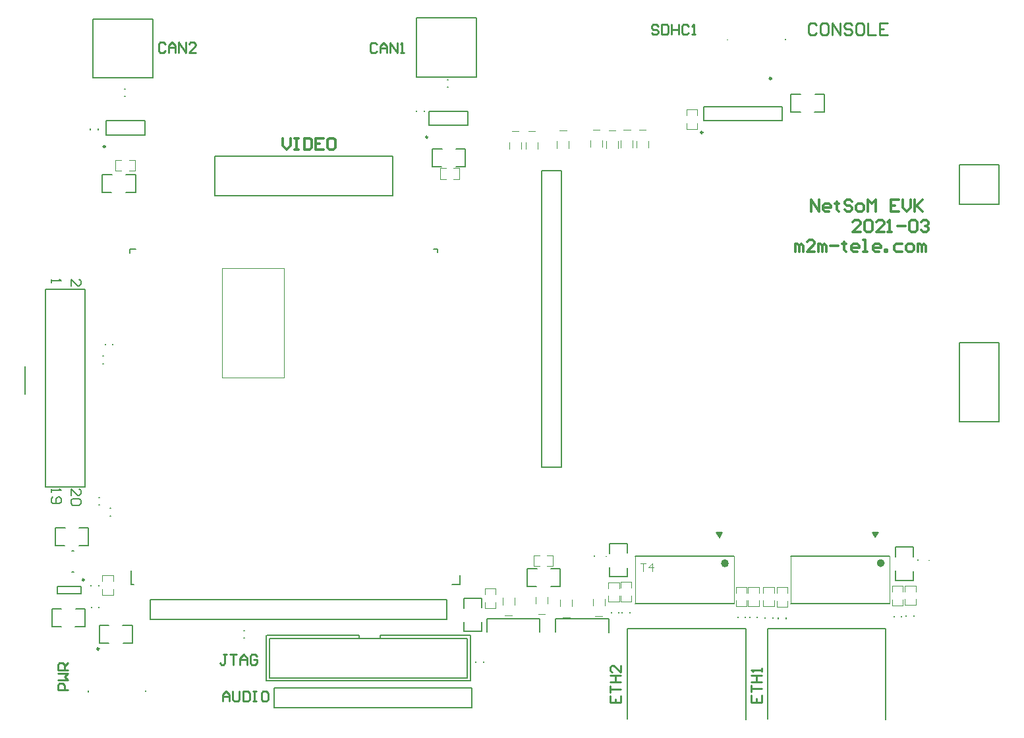
<source format=gto>
G04*
G04 #@! TF.GenerationSoftware,Altium Limited,Altium NEXUS,2.0.14 (187)*
G04*
G04 Layer_Color=65535*
%FSLAX44Y44*%
%MOMM*%
G71*
G01*
G75*
%ADD10C,0.3000*%
%ADD11C,0.2500*%
%ADD12C,0.5080*%
%ADD13C,0.2000*%
%ADD14C,0.1500*%
%ADD15C,0.1524*%
%ADD16C,0.1000*%
%ADD17C,0.2032*%
%ADD18C,0.1270*%
%ADD19C,0.2540*%
D10*
X974250Y820500D02*
G03*
X974250Y820500I-1000J0D01*
G01*
X110250Y87750D02*
G03*
X110250Y87750I-1000J0D01*
G01*
X346749Y743995D02*
Y733998D01*
X351748Y729000D01*
X356746Y733998D01*
Y743995D01*
X361744D02*
X366743D01*
X364243D01*
Y729000D01*
X361744D01*
X366743D01*
X374240Y743995D02*
Y729000D01*
X381738D01*
X384237Y731499D01*
Y741496D01*
X381738Y743995D01*
X374240D01*
X399232D02*
X389235D01*
Y729000D01*
X399232D01*
X389235Y736498D02*
X394234D01*
X411728Y743995D02*
X406730D01*
X404230Y741496D01*
Y731499D01*
X406730Y729000D01*
X411728D01*
X414227Y731499D01*
Y741496D01*
X411728Y743995D01*
X1005250Y598250D02*
Y608247D01*
X1007749D01*
X1010248Y605748D01*
Y598250D01*
Y605748D01*
X1012748Y608247D01*
X1015247Y605748D01*
Y598250D01*
X1030242D02*
X1020245D01*
X1030242Y608247D01*
Y610746D01*
X1027743Y613245D01*
X1022744D01*
X1020245Y610746D01*
X1035240Y598250D02*
Y608247D01*
X1037739D01*
X1040239Y605748D01*
Y598250D01*
Y605748D01*
X1042738Y608247D01*
X1045237Y605748D01*
Y598250D01*
X1050235Y605748D02*
X1060232D01*
X1067730Y610746D02*
Y608247D01*
X1065231D01*
X1070229D01*
X1067730D01*
Y600749D01*
X1070229Y598250D01*
X1085224D02*
X1080226D01*
X1077727Y600749D01*
Y605748D01*
X1080226Y608247D01*
X1085224D01*
X1087723Y605748D01*
Y603248D01*
X1077727D01*
X1092722Y598250D02*
X1097720D01*
X1095221D01*
Y613245D01*
X1092722D01*
X1112715Y598250D02*
X1107717D01*
X1105218Y600749D01*
Y605748D01*
X1107717Y608247D01*
X1112715D01*
X1115214Y605748D01*
Y603248D01*
X1105218D01*
X1120213Y598250D02*
Y600749D01*
X1122712D01*
Y598250D01*
X1120213D01*
X1142706Y608247D02*
X1135208D01*
X1132709Y605748D01*
Y600749D01*
X1135208Y598250D01*
X1142706D01*
X1150203D02*
X1155201D01*
X1157701Y600749D01*
Y605748D01*
X1155201Y608247D01*
X1150203D01*
X1147704Y605748D01*
Y600749D01*
X1150203Y598250D01*
X1162699D02*
Y608247D01*
X1165198D01*
X1167697Y605748D01*
Y598250D01*
Y605748D01*
X1170197Y608247D01*
X1172696Y605748D01*
Y598250D01*
X1026000Y649500D02*
Y664495D01*
X1035997Y649500D01*
Y664495D01*
X1048493Y649500D02*
X1043494D01*
X1040995Y651999D01*
Y656998D01*
X1043494Y659497D01*
X1048493D01*
X1050992Y656998D01*
Y654498D01*
X1040995D01*
X1058490Y661996D02*
Y659497D01*
X1055990D01*
X1060989D01*
X1058490D01*
Y651999D01*
X1060989Y649500D01*
X1078483Y661996D02*
X1075984Y664495D01*
X1070985D01*
X1068486Y661996D01*
Y659497D01*
X1070985Y656998D01*
X1075984D01*
X1078483Y654498D01*
Y651999D01*
X1075984Y649500D01*
X1070985D01*
X1068486Y651999D01*
X1085981Y649500D02*
X1090979D01*
X1093478Y651999D01*
Y656998D01*
X1090979Y659497D01*
X1085981D01*
X1083481Y656998D01*
Y651999D01*
X1085981Y649500D01*
X1098476D02*
Y664495D01*
X1103475Y659497D01*
X1108473Y664495D01*
Y649500D01*
X1138464Y664495D02*
X1128467D01*
Y649500D01*
X1138464D01*
X1128467Y656998D02*
X1133465D01*
X1143462Y664495D02*
Y654498D01*
X1148460Y649500D01*
X1153459Y654498D01*
Y664495D01*
X1158457D02*
Y649500D01*
Y654498D01*
X1168454Y664495D01*
X1160956Y656998D01*
X1168454Y649500D01*
X1089247Y623500D02*
X1079250D01*
X1089247Y633497D01*
Y635996D01*
X1086748Y638495D01*
X1081749D01*
X1079250Y635996D01*
X1094245D02*
X1096744Y638495D01*
X1101743D01*
X1104242Y635996D01*
Y625999D01*
X1101743Y623500D01*
X1096744D01*
X1094245Y625999D01*
Y635996D01*
X1119237Y623500D02*
X1109240D01*
X1119237Y633497D01*
Y635996D01*
X1116738Y638495D01*
X1111740D01*
X1109240Y635996D01*
X1124235Y623500D02*
X1129234D01*
X1126735D01*
Y638495D01*
X1124235Y635996D01*
X1136731Y630998D02*
X1146728D01*
X1151727Y635996D02*
X1154226Y638495D01*
X1159224D01*
X1161723Y635996D01*
Y625999D01*
X1159224Y623500D01*
X1154226D01*
X1151727Y625999D01*
Y635996D01*
X1166722D02*
X1169221Y638495D01*
X1174219D01*
X1176718Y635996D01*
Y633497D01*
X1174219Y630998D01*
X1171720D01*
X1174219D01*
X1176718Y628498D01*
Y625999D01*
X1174219Y623500D01*
X1169221D01*
X1166722Y625999D01*
D11*
X886300Y751250D02*
G03*
X886300Y751250I-1250J0D01*
G01*
X91500Y176500D02*
G03*
X91500Y176500I-1250J0D01*
G01*
X532950Y745250D02*
G03*
X532950Y745250I-1250J0D01*
G01*
X118700Y733250D02*
G03*
X118700Y733250I-1250J0D01*
G01*
X767754Y27414D02*
Y18750D01*
X780750D01*
Y27414D01*
X774252Y18750D02*
Y23082D01*
X767754Y31746D02*
Y40410D01*
Y36078D01*
X780750D01*
X767754Y44742D02*
X780750D01*
X774252D01*
Y53405D01*
X767754D01*
X780750D01*
Y66401D02*
Y57737D01*
X772086Y66401D01*
X769920D01*
X767754Y64235D01*
Y59903D01*
X769920Y57737D01*
X829164Y887830D02*
X826998Y889996D01*
X822666D01*
X820500Y887830D01*
Y885664D01*
X822666Y883498D01*
X826998D01*
X829164Y881332D01*
Y879166D01*
X826998Y877000D01*
X822666D01*
X820500Y879166D01*
X833496Y889996D02*
Y877000D01*
X839994D01*
X842160Y879166D01*
Y887830D01*
X839994Y889996D01*
X833496D01*
X846492D02*
Y877000D01*
Y883498D01*
X855155D01*
Y889996D01*
Y877000D01*
X868151Y887830D02*
X865985Y889996D01*
X861653D01*
X859487Y887830D01*
Y879166D01*
X861653Y877000D01*
X865985D01*
X868151Y879166D01*
X872483Y877000D02*
X876815D01*
X874649D01*
Y889996D01*
X872483Y887830D01*
X949004Y27914D02*
Y19250D01*
X962000D01*
Y27914D01*
X955502Y19250D02*
Y23582D01*
X949004Y32246D02*
Y40910D01*
Y36578D01*
X962000D01*
X949004Y45242D02*
X962000D01*
X955502D01*
Y53906D01*
X949004D01*
X962000D01*
Y58237D02*
Y62569D01*
Y60403D01*
X949004D01*
X951170Y58237D01*
X195914Y864830D02*
X193748Y866996D01*
X189416D01*
X187250Y864830D01*
Y856166D01*
X189416Y854000D01*
X193748D01*
X195914Y856166D01*
X200246Y854000D02*
Y862664D01*
X204578Y866996D01*
X208910Y862664D01*
Y854000D01*
Y860498D01*
X200246D01*
X213242Y854000D02*
Y866996D01*
X221905Y854000D01*
Y866996D01*
X234901Y854000D02*
X226237D01*
X234901Y862664D01*
Y864830D01*
X232735Y866996D01*
X228403D01*
X226237Y864830D01*
X467664Y864330D02*
X465498Y866496D01*
X461166D01*
X459000Y864330D01*
Y855666D01*
X461166Y853500D01*
X465498D01*
X467664Y855666D01*
X471996Y853500D02*
Y862164D01*
X476328Y866496D01*
X480660Y862164D01*
Y853500D01*
Y859998D01*
X471996D01*
X484992Y853500D02*
Y866496D01*
X493656Y853500D01*
Y866496D01*
X497987Y853500D02*
X502319D01*
X500153D01*
Y866496D01*
X497987Y864330D01*
X269500Y20250D02*
Y28914D01*
X273832Y33246D01*
X278164Y28914D01*
Y20250D01*
Y26748D01*
X269500D01*
X282496Y33246D02*
Y22416D01*
X284662Y20250D01*
X288994D01*
X291160Y22416D01*
Y33246D01*
X295492D02*
Y20250D01*
X301989D01*
X304156Y22416D01*
Y31080D01*
X301989Y33246D01*
X295492D01*
X308487D02*
X312819D01*
X310653D01*
Y20250D01*
X308487D01*
X312819D01*
X325815Y33246D02*
X321483D01*
X319317Y31080D01*
Y22416D01*
X321483Y20250D01*
X325815D01*
X327981Y22416D01*
Y31080D01*
X325815Y33246D01*
X70500Y34750D02*
X57504D01*
Y41248D01*
X59670Y43414D01*
X64002D01*
X66168Y41248D01*
Y34750D01*
X57504Y47746D02*
X70500D01*
X66168Y52078D01*
X70500Y56410D01*
X57504D01*
X70500Y60742D02*
X57504D01*
Y67239D01*
X59670Y69405D01*
X64002D01*
X66168Y67239D01*
Y60742D01*
Y65074D02*
X70500Y69405D01*
X274664Y80246D02*
X270332D01*
X272498D01*
Y69416D01*
X270332Y67250D01*
X268166D01*
X266000Y69416D01*
X278996Y80246D02*
X287660D01*
X283328D01*
Y67250D01*
X291992D02*
Y75914D01*
X296324Y80246D01*
X300655Y75914D01*
Y67250D01*
Y73748D01*
X291992D01*
X313651Y78080D02*
X311485Y80246D01*
X307153D01*
X304987Y78080D01*
Y69416D01*
X307153Y67250D01*
X311485D01*
X313651Y69416D01*
Y73748D01*
X309319D01*
D12*
X917360Y197591D02*
G03*
X917360Y197591I-2540J0D01*
G01*
X1117610Y197840D02*
G03*
X1117610Y197840I-2540J0D01*
G01*
D13*
X918250Y870500D02*
Y871000D01*
X992250Y870500D02*
Y871500D01*
X988000Y766250D02*
Y784250D01*
X888000Y766250D02*
Y784250D01*
X988000D01*
X888000Y766250D02*
X988000D01*
X704450Y321400D02*
Y702400D01*
X679050Y340450D02*
Y702400D01*
Y321400D02*
Y340450D01*
Y321400D02*
X704450D01*
X679050Y702400D02*
X704450D01*
X1266700Y658901D02*
Y709701D01*
X1215900D02*
X1266700D01*
X1215900Y658901D02*
X1266700D01*
X1215900D02*
Y709701D01*
X176550Y125300D02*
X557550D01*
X195600Y150700D02*
X557550D01*
X176550D02*
X195600D01*
X176550Y125300D02*
Y150700D01*
X557550Y125300D02*
Y150700D01*
X590050Y11800D02*
Y37200D01*
X336050Y11800D02*
X590050D01*
X336050D02*
Y37200D01*
X355100D01*
X590050D01*
X259450Y670300D02*
Y721100D01*
X488050Y670300D02*
Y721100D01*
X259450Y670300D02*
X488050D01*
X259450Y721100D02*
X488050D01*
X41550Y295800D02*
Y530750D01*
X92350Y295800D02*
Y530750D01*
Y549800D01*
X41550D02*
X92350D01*
X41550Y530750D02*
Y549800D01*
Y295800D02*
X92350D01*
X329450Y101350D02*
X564400D01*
X329450Y50550D02*
X564400D01*
X583450D01*
Y101350D01*
X564400D02*
X583450D01*
X329450Y50550D02*
Y101350D01*
X87500Y158750D02*
Y167750D01*
X57500Y158750D02*
Y167750D01*
X87500D01*
X57500Y158750D02*
X87500D01*
X170500Y33250D02*
Y33750D01*
X96500Y32750D02*
Y33750D01*
X677250Y109251D02*
Y126751D01*
X608750D02*
X677250D01*
X608750Y109501D02*
Y126751D01*
X765500Y109001D02*
Y126501D01*
X697000D02*
X765500D01*
X697000Y109251D02*
Y126501D01*
X15749Y415250D02*
Y450502D01*
X471749Y105250D02*
X587749D01*
Y46750D02*
Y105250D01*
X325749Y46750D02*
Y105250D01*
X325999Y46750D02*
X587749D01*
X1215900Y379651D02*
X1266700D01*
X1215900Y481251D02*
X1266700D01*
Y379651D02*
Y481251D01*
X1215900Y379651D02*
Y481251D01*
X584250Y760250D02*
Y778250D01*
X534250Y760250D02*
Y778250D01*
X584250D01*
X534250Y760250D02*
X584250D01*
X595820Y822650D02*
Y898251D01*
X518350Y822650D02*
Y898251D01*
X595820D01*
X518350Y822650D02*
X595820D01*
X170000Y748250D02*
Y766250D01*
X120000Y748250D02*
Y766250D01*
X170000D01*
X120000Y748250D02*
X170000D01*
X179920Y821400D02*
Y897001D01*
X102450Y821400D02*
Y897001D01*
X179920D01*
X102450Y821400D02*
X179920D01*
X471749Y102000D02*
Y105250D01*
X325999D02*
X444999D01*
Y101600D02*
Y105250D01*
X150499Y601250D02*
X157749D01*
X150499Y596500D02*
Y601250D01*
X151499Y170500D02*
Y188500D01*
X574749Y170000D02*
Y182251D01*
X540249Y601000D02*
X545499D01*
Y597250D02*
Y601000D01*
X151499Y170500D02*
X154999D01*
X564500Y170000D02*
X574749D01*
X75750Y214000D02*
X78250D01*
X75750Y186500D02*
X78500D01*
D14*
X1030000Y777750D02*
X1042250D01*
X1030500Y800750D02*
X1042250D01*
X999750Y777750D02*
X1012000D01*
X999750Y800750D02*
X1011750D01*
X110682Y272750D02*
X111682D01*
X110682Y282500D02*
X111682D01*
X115750Y454250D02*
X116750D01*
X115750Y464000D02*
X116750D01*
X100750Y140750D02*
Y141750D01*
X110500Y140750D02*
Y141750D01*
X111000Y118250D02*
X123250D01*
X111000Y95250D02*
X122750D01*
X141250Y118250D02*
X153500D01*
X141500Y95250D02*
X153500D01*
X747250Y206500D02*
X747250Y207250D01*
X762000Y206500D02*
Y207000D01*
X100500Y168750D02*
Y169750D01*
X110250Y168750D02*
Y169750D01*
X604500Y70750D02*
Y71750D01*
X594750Y70750D02*
Y71750D01*
X296750Y111500D02*
X297750D01*
X296750Y101750D02*
X297750D01*
X109250Y755000D02*
Y756000D01*
X99500Y755000D02*
Y756000D01*
X528500Y778250D02*
Y779250D01*
X518750Y778250D02*
Y779250D01*
X143250Y797750D02*
X144250D01*
X143250Y807500D02*
X144250D01*
X558250Y809500D02*
X559250D01*
X558250Y819250D02*
X559250D01*
X766250Y180250D02*
Y192500D01*
X789250Y180250D02*
Y192000D01*
X766250Y210500D02*
Y222750D01*
X789250Y210750D02*
Y222750D01*
X941250Y127750D02*
Y128750D01*
X931500Y127750D02*
Y128750D01*
X956500Y127750D02*
Y128750D01*
X946750Y127750D02*
Y128750D01*
X792750Y134000D02*
Y135000D01*
X783000Y134000D02*
Y135000D01*
X1157750Y129750D02*
Y130750D01*
X1148000Y129750D02*
Y130750D01*
X976500Y127250D02*
Y128250D01*
X966750Y127250D02*
Y128250D01*
X993250Y126750D02*
Y127750D01*
X983500Y126750D02*
Y127750D01*
X1142000Y129000D02*
Y130000D01*
X1132250Y129000D02*
Y130000D01*
X778500Y134250D02*
Y135250D01*
X768750Y134250D02*
Y135250D01*
X1134250Y175750D02*
Y188000D01*
X1157250Y175750D02*
Y187500D01*
X1134250Y206000D02*
Y218250D01*
X1157250Y206250D02*
Y218250D01*
X1162500Y201500D02*
X1162500Y202250D01*
X1177250Y201500D02*
Y202000D01*
X579250Y110000D02*
Y122250D01*
X602250Y110000D02*
Y121750D01*
X579250Y140250D02*
Y152500D01*
X602250Y140500D02*
Y152500D01*
X118478Y478500D02*
Y479500D01*
X128228Y478500D02*
Y479500D01*
X660959Y191000D02*
X673209D01*
X660959Y168000D02*
X672709D01*
X691209Y191000D02*
X703459D01*
X691459Y168000D02*
X703459D01*
X539000Y730000D02*
X551250D01*
X539000Y707000D02*
X550750D01*
X569250Y730000D02*
X581500D01*
X569500Y707000D02*
X581500D01*
X115000Y697000D02*
X127250D01*
X115000Y674000D02*
X126750Y674000D01*
X145250Y697000D02*
X157500Y697000D01*
X145500Y674000D02*
X157500D01*
X85250Y220250D02*
X97250D01*
X85000Y243250D02*
X97250D01*
X54750Y220250D02*
X66500D01*
X54750Y243250D02*
X67000D01*
X50000Y139000D02*
X62000Y139000D01*
X50000Y116000D02*
X62250Y116000D01*
X80750Y139000D02*
X92500D01*
X80250Y116000D02*
X92500D01*
X124750Y258500D02*
X125750D01*
X124750Y268250D02*
X125750D01*
D15*
X1042250Y777750D02*
Y800750D01*
X999750Y777750D02*
Y800750D01*
X111000Y95250D02*
Y118250D01*
X153500Y95250D02*
Y118250D01*
X799250Y206481D02*
X926250D01*
X799250Y145521D02*
X926250D01*
X766250Y180250D02*
X789250D01*
X766250Y222750D02*
X789250D01*
X999500Y206730D02*
X1126500Y206730D01*
X999500Y145770D02*
X1126500Y145770D01*
X1134250Y175750D02*
X1157250D01*
X1134250Y218250D02*
X1157250D01*
X579250Y110000D02*
X602250D01*
X579250Y152500D02*
X602250D01*
X660959Y168000D02*
Y191000D01*
X703459Y168000D02*
Y191000D01*
X539000Y707000D02*
Y730000D01*
X581500Y707000D02*
Y730000D01*
X115000Y697000D02*
X115000Y674000D01*
X157500D02*
Y697000D01*
X97250Y220250D02*
Y243250D01*
X54750Y220250D02*
Y243250D01*
X50000Y116000D02*
Y139000D01*
X92500Y139000D02*
X92500Y116000D01*
D16*
X879250Y773000D02*
Y780500D01*
X865500D02*
X879250D01*
X865250Y773000D02*
Y780500D01*
Y755500D02*
Y763000D01*
Y755500D02*
X879250D01*
Y763000D01*
X706500Y128500D02*
X715390D01*
X703380Y142305D02*
Y151195D01*
X718620Y142305D02*
Y151195D01*
X632250Y130500D02*
X641140D01*
X629130Y144305D02*
Y153195D01*
X644370Y144305D02*
Y153195D01*
X675000Y132000D02*
X683890D01*
X671880Y145805D02*
Y154695D01*
X687120Y145805D02*
Y154695D01*
X748250Y129500D02*
X757140D01*
X745130Y143305D02*
Y152195D01*
X760370Y143305D02*
Y152195D01*
X606500Y140250D02*
Y147750D01*
Y140250D02*
X620250D01*
X620500D02*
Y147750D01*
Y157750D02*
Y165250D01*
X606500D02*
X620500D01*
X606500Y157750D02*
Y165250D01*
X686500Y194000D02*
X694000D01*
Y207750D01*
X686500Y208000D02*
X694000D01*
X669000D02*
X676500D01*
X669000Y194000D02*
Y208000D01*
Y194000D02*
X676500D01*
X129000Y174750D02*
Y182250D01*
X115250D02*
X129000D01*
X115000Y174750D02*
Y182250D01*
Y157250D02*
Y164750D01*
Y157250D02*
X129000D01*
Y164750D01*
X804360Y754250D02*
X813250D01*
X816370Y731555D02*
Y740445D01*
X801130Y731555D02*
Y740445D01*
X765610Y754000D02*
X774500D01*
X777620Y731305D02*
Y740195D01*
X762380Y731305D02*
Y740195D01*
X784610Y754500D02*
X793500D01*
X796620Y731805D02*
Y740695D01*
X781380Y731805D02*
Y740695D01*
X745360Y755000D02*
X754250D01*
X757370Y732305D02*
Y741195D01*
X742130Y732305D02*
Y741195D01*
X640860Y752500D02*
X649750D01*
X652870Y729805D02*
Y738695D01*
X637630Y729805D02*
Y738695D01*
X662110Y752750D02*
X671000D01*
X674120Y730055D02*
Y738945D01*
X658880Y730055D02*
Y738945D01*
X702360Y753750D02*
X711250D01*
X714370Y731055D02*
Y739945D01*
X699130Y731055D02*
Y739945D01*
X149250Y702000D02*
X156750D01*
Y715750D01*
X149250Y716000D02*
X156750D01*
X131750D02*
X139250D01*
X131750Y702000D02*
Y716000D01*
Y702000D02*
X139250D01*
X566249Y691250D02*
X573749D01*
Y705000D01*
X566249Y705250D02*
X573749D01*
X548749D02*
X556249D01*
X548749Y691250D02*
Y705250D01*
Y691250D02*
X556249D01*
X799250Y145521D02*
Y206481D01*
X926250Y145521D02*
Y206481D01*
X928750Y142250D02*
Y149750D01*
Y142250D02*
X942500D01*
X942750D02*
Y149750D01*
Y159750D02*
Y167250D01*
X928750D02*
X942750D01*
X928750Y159750D02*
Y167250D01*
X944750Y142250D02*
Y149750D01*
Y142250D02*
X958500D01*
X958750D02*
Y149750D01*
Y159750D02*
Y167250D01*
X944750D02*
X958750D01*
X944750Y159750D02*
Y167250D01*
X780750Y148750D02*
Y156250D01*
Y148750D02*
X794500D01*
X794750D02*
Y156250D01*
Y166250D02*
Y173750D01*
X780750D02*
X794750D01*
X780750Y166250D02*
Y173750D01*
X1146250Y144000D02*
Y151500D01*
Y144000D02*
X1160000D01*
X1160250D02*
Y151500D01*
Y161500D02*
Y169000D01*
X1146250D02*
X1160250D01*
X1146250Y161500D02*
Y169000D01*
X964000Y142250D02*
Y149750D01*
Y142250D02*
X977750D01*
X978000D02*
Y149750D01*
Y159750D02*
Y167250D01*
X964000D02*
X978000D01*
X964000Y159750D02*
Y167250D01*
X765250Y148250D02*
Y155750D01*
Y148250D02*
X779000D01*
X779250D02*
Y155750D01*
Y165750D02*
Y173250D01*
X765250D02*
X779250D01*
X765250Y165750D02*
Y173250D01*
X981250Y142000D02*
Y149500D01*
Y142000D02*
X995000D01*
X995250D02*
Y149500D01*
Y159500D02*
Y167000D01*
X981250D02*
X995250D01*
X981250Y159500D02*
Y167000D01*
X1129750Y143500D02*
Y151000D01*
Y143500D02*
X1143500D01*
X1143750D02*
Y151000D01*
Y161000D02*
Y168500D01*
X1129750D02*
X1143750D01*
X1129750Y161000D02*
Y168500D01*
X999500Y206730D02*
X999500Y145770D01*
X1126500Y206730D02*
X1126500Y145770D01*
X268679Y436530D02*
Y576530D01*
X348679Y436530D02*
Y576530D01*
X268679Y436530D02*
X348679D01*
X268679Y576530D02*
X348679D01*
X806250Y197248D02*
X812915D01*
X809582D01*
Y187251D01*
X821245D02*
Y197248D01*
X816247Y192250D01*
X822911D01*
D17*
X969750Y-2250D02*
Y113750D01*
X1121750D01*
Y-3250D02*
Y113750D01*
X789500Y-2249D02*
Y113750D01*
X941500D01*
Y-3249D02*
Y113750D01*
X74570Y554036D02*
Y562500D01*
X83034Y554036D01*
X85150D01*
X87266Y556152D01*
Y560384D01*
X85150Y562500D01*
X49170D02*
Y558268D01*
Y560384D01*
X61866D01*
X59750Y562500D01*
X49170Y293260D02*
Y289028D01*
Y291144D01*
X61866D01*
X59750Y293260D01*
X51286Y282680D02*
X49170Y280564D01*
Y276332D01*
X51286Y274216D01*
X59750D01*
X61866Y276332D01*
Y280564D01*
X59750Y282680D01*
X57634D01*
X55518Y280564D01*
Y274216D01*
X74570Y284796D02*
Y293260D01*
X83034Y284796D01*
X85150D01*
X87266Y286912D01*
Y291144D01*
X85150Y293260D01*
Y280564D02*
X87266Y278448D01*
Y274216D01*
X85150Y272100D01*
X76686D01*
X74570Y274216D01*
Y278448D01*
X76686Y280564D01*
X85150D01*
D18*
X906692Y233532D02*
X907962D01*
X906438Y234294D02*
X909232D01*
X905930Y235056D02*
X909740D01*
X905168Y236072D02*
X910248D01*
X903898Y237088D02*
X905168D01*
X903898D02*
X907708Y230738D01*
X911518Y237088D01*
X903898D02*
X911518D01*
X1106942Y233781D02*
X1108212Y233781D01*
X1106688Y234543D02*
X1109482D01*
X1106180Y235305D02*
X1109990D01*
X1105418Y236321D02*
X1110498D01*
X1104148Y237337D02*
X1105418Y237337D01*
X1104148Y237337D02*
X1107958Y230987D01*
X1111768Y237337D01*
X1104148D02*
X1111768D01*
D19*
X1032407Y888946D02*
X1029867Y891485D01*
X1024789D01*
X1022250Y888946D01*
Y878789D01*
X1024789Y876250D01*
X1029867D01*
X1032407Y878789D01*
X1045103Y891485D02*
X1040024D01*
X1037485Y888946D01*
Y878789D01*
X1040024Y876250D01*
X1045103D01*
X1047642Y878789D01*
Y888946D01*
X1045103Y891485D01*
X1052720Y876250D02*
Y891485D01*
X1062877Y876250D01*
Y891485D01*
X1078112Y888946D02*
X1075573Y891485D01*
X1070494D01*
X1067955Y888946D01*
Y886407D01*
X1070494Y883867D01*
X1075573D01*
X1078112Y881328D01*
Y878789D01*
X1075573Y876250D01*
X1070494D01*
X1067955Y878789D01*
X1090808Y891485D02*
X1085730D01*
X1083190Y888946D01*
Y878789D01*
X1085730Y876250D01*
X1090808D01*
X1093347Y878789D01*
Y888946D01*
X1090808Y891485D01*
X1098425D02*
Y876250D01*
X1108582D01*
X1123817Y891485D02*
X1113660D01*
Y876250D01*
X1123817D01*
X1113660Y883867D02*
X1118739D01*
M02*

</source>
